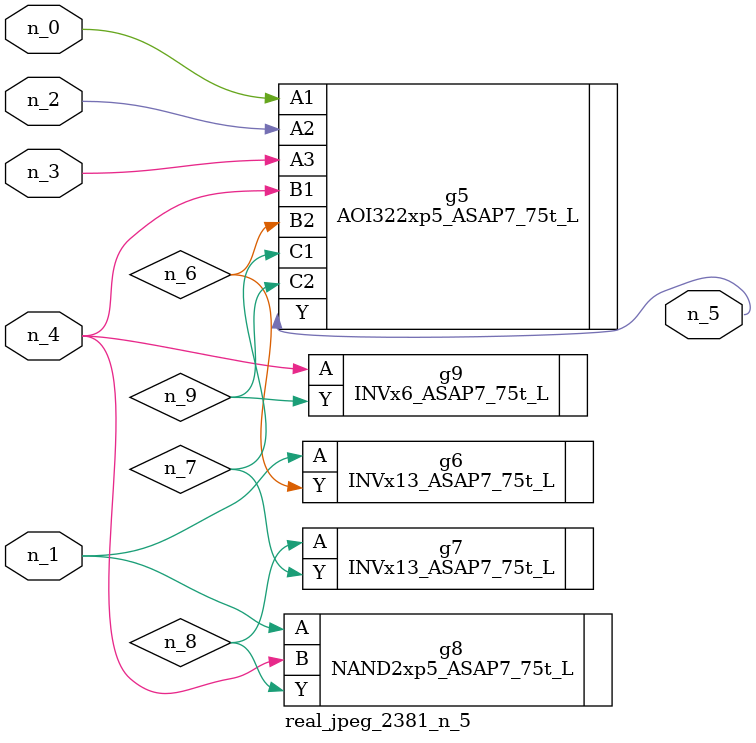
<source format=v>
module real_jpeg_2381_n_5 (n_4, n_0, n_1, n_2, n_3, n_5);

input n_4;
input n_0;
input n_1;
input n_2;
input n_3;

output n_5;

wire n_8;
wire n_6;
wire n_7;
wire n_9;

AOI322xp5_ASAP7_75t_L g5 ( 
.A1(n_0),
.A2(n_2),
.A3(n_3),
.B1(n_4),
.B2(n_6),
.C1(n_7),
.C2(n_9),
.Y(n_5)
);

INVx13_ASAP7_75t_L g6 ( 
.A(n_1),
.Y(n_6)
);

NAND2xp5_ASAP7_75t_L g8 ( 
.A(n_1),
.B(n_4),
.Y(n_8)
);

INVx6_ASAP7_75t_L g9 ( 
.A(n_4),
.Y(n_9)
);

INVx13_ASAP7_75t_L g7 ( 
.A(n_8),
.Y(n_7)
);


endmodule
</source>
